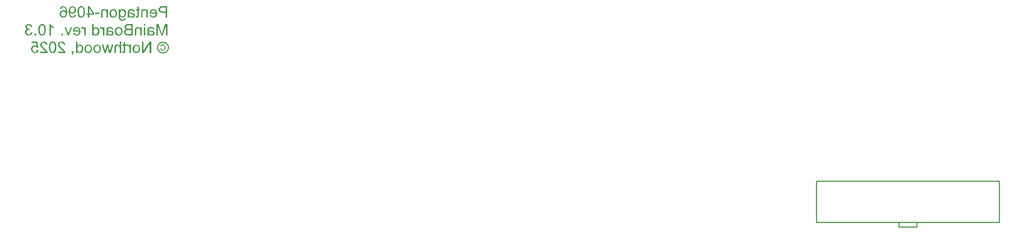
<source format=gbo>
G04*
G04  File:            MAINBOARD-V10.3.2.GBO, Thu Sep 04 00:44:48 2025*
G04  Source:          P-CAD 2006 PCB, Version 19.02.958, (D:\PCAD-2006\Projects\Pentagon-4096\Hardware\MainBoard-v10.3.2.PCB)*
G04  Format:          Gerber Format (RS-274-D), ASCII*
G04*
G04  Format Options:  Absolute Positioning*
G04                   Leading-Zero Suppression*
G04                   Scale Factor 1:1*
G04                   NO Circular Interpolation*
G04                   Inch Units*
G04                   Numeric Format: 4.4 (XXXX.XXXX)*
G04                   G54 NOT Used for Aperture Change*
G04                   Apertures Embedded*
G04*
G04  File Options:    Offset = (0.0mil,0.0mil)*
G04                   Drill Symbol Size = 80.0mil*
G04                   No Pad/Via Holes*
G04*
G04  File Contents:   No Pads*
G04                   No Vias*
G04                   Designators*
G04                   Types*
G04                   Values*
G04                   No Drill Symbols*
G04                   Bot Silk*
G04*
%INMAINBOARD-V10.3.2.GBO*%
%ICAS*%
%MOIN*%
G04*
G04  Aperture MACROs for general use --- invoked via D-code assignment *
G04*
G04  General MACRO for flashed round with rotation and/or offset hole *
%AMROTOFFROUND*
1,1,$1,0.0000,0.0000*
1,0,$2,$3,$4*%
G04*
G04  General MACRO for flashed oval (obround) with rotation and/or offset hole *
%AMROTOFFOVAL*
21,1,$1,$2,0.0000,0.0000,$3*
1,1,$4,$5,$6*
1,1,$4,0-$5,0-$6*
1,0,$7,$8,$9*%
G04*
G04  General MACRO for flashed oval (obround) with rotation and no hole *
%AMROTOVALNOHOLE*
21,1,$1,$2,0.0000,0.0000,$3*
1,1,$4,$5,$6*
1,1,$4,0-$5,0-$6*%
G04*
G04  General MACRO for flashed rectangle with rotation and/or offset hole *
%AMROTOFFRECT*
21,1,$1,$2,0.0000,0.0000,$3*
1,0,$4,$5,$6*%
G04*
G04  General MACRO for flashed rectangle with rotation and no hole *
%AMROTRECTNOHOLE*
21,1,$1,$2,0.0000,0.0000,$3*%
G04*
G04  General MACRO for flashed rounded-rectangle *
%AMROUNDRECT*
21,1,$1,$2-$4,0.0000,0.0000,$3*
21,1,$1-$4,$2,0.0000,0.0000,$3*
1,1,$4,$5,$6*
1,1,$4,$7,$8*
1,1,$4,0-$5,0-$6*
1,1,$4,0-$7,0-$8*
1,0,$9,$10,$11*%
G04*
G04  General MACRO for flashed rounded-rectangle with rotation and no hole *
%AMROUNDRECTNOHOLE*
21,1,$1,$2-$4,0.0000,0.0000,$3*
21,1,$1-$4,$2,0.0000,0.0000,$3*
1,1,$4,$5,$6*
1,1,$4,$7,$8*
1,1,$4,0-$5,0-$6*
1,1,$4,0-$7,0-$8*%
G04*
G04  General MACRO for flashed regular polygon *
%AMREGPOLY*
5,1,$1,0.0000,0.0000,$2,$3+$4*
1,0,$5,$6,$7*%
G04*
G04  General MACRO for flashed regular polygon with no hole *
%AMREGPOLYNOHOLE*
5,1,$1,0.0000,0.0000,$2,$3+$4*%
G04*
G04  General MACRO for target *
%AMTARGET*
6,0,0,$1,$2,$3,4,$4,$5,$6*%
G04*
G04  General MACRO for mounting hole *
%AMMTHOLE*
1,1,$1,0,0*
1,0,$2,0,0*
$1=$1-$2*
$1=$1/2*
21,1,$2+$1,$3,0,0,$4*
21,1,$3,$2+$1,0,0,$4*%
G04*
G04*
G04  D10 : "Ellipse X8.0mil Y8.0mil H0.0mil 0.0deg (0.0mil,0.0mil) Draw"*
G04  Disc: OuterDia=0.0080*
%ADD10C, 0.0080*%
G04  D11 : "Ellipse X10.0mil Y10.0mil H0.0mil 0.0deg (0.0mil,0.0mil) Draw"*
G04  Disc: OuterDia=0.0100*
%ADD11C, 0.0100*%
G04  D12 : "Ellipse X15.0mil Y15.0mil H0.0mil 0.0deg (0.0mil,0.0mil) Draw"*
G04  Disc: OuterDia=0.0150*
%ADD12C, 0.0150*%
G04  D13 : "Ellipse X25.0mil Y25.0mil H0.0mil 0.0deg (0.0mil,0.0mil) Draw"*
G04  Disc: OuterDia=0.0250*
%ADD13C, 0.0250*%
G04  D14 : "Ellipse X30.0mil Y30.0mil H0.0mil 0.0deg (0.0mil,0.0mil) Draw"*
G04  Disc: OuterDia=0.0300*
%ADD14C, 0.0300*%
G04  D15 : "Ellipse X40.0mil Y40.0mil H0.0mil 0.0deg (0.0mil,0.0mil) Draw"*
G04  Disc: OuterDia=0.0400*
%ADD15C, 0.0400*%
G04  D16 : "Ellipse X5.0mil Y5.0mil H0.0mil 0.0deg (0.0mil,0.0mil) Draw"*
G04  Disc: OuterDia=0.0050*
%ADD16C, 0.0050*%
G04  D17 : "Ellipse X6.0mil Y6.0mil H0.0mil 0.0deg (0.0mil,0.0mil) Draw"*
G04  Disc: OuterDia=0.0060*
%ADD17C, 0.0060*%
G04  D18 : "Ellipse X9.8mil Y9.8mil H0.0mil 0.0deg (0.0mil,0.0mil) Draw"*
G04  Disc: OuterDia=0.0098*
%ADD18C, 0.0098*%
G04  D19 : "Ellipse X110.0mil Y110.0mil H0.0mil 0.0deg (0.0mil,0.0mil) Flash"*
G04  Disc: OuterDia=0.1100*
%ADD19C, 0.1100*%
G04  D20 : "Ellipse X200.0mil Y200.0mil H0.0mil 0.0deg (0.0mil,0.0mil) Flash"*
G04  Disc: OuterDia=0.2000*
%ADD20C, 0.2000*%
G04  D21 : "Ellipse X215.0mil Y215.0mil H0.0mil 0.0deg (0.0mil,0.0mil) Flash"*
G04  Disc: OuterDia=0.2150*
%ADD21C, 0.2150*%
G04  D22 : "Ellipse X50.0mil Y50.0mil H0.0mil 0.0deg (0.0mil,0.0mil) Flash"*
G04  Disc: OuterDia=0.0500*
%ADD22C, 0.0500*%
G04  D23 : "Ellipse X56.0mil Y56.0mil H0.0mil 0.0deg (0.0mil,0.0mil) Flash"*
G04  Disc: OuterDia=0.0560*
%ADD23C, 0.0560*%
G04  D24 : "Ellipse X60.0mil Y60.0mil H0.0mil 0.0deg (0.0mil,0.0mil) Flash"*
G04  Disc: OuterDia=0.0600*
%ADD24C, 0.0600*%
G04  D25 : "Ellipse X64.0mil Y64.0mil H0.0mil 0.0deg (0.0mil,0.0mil) Flash"*
G04  Disc: OuterDia=0.0640*
%ADD25C, 0.0640*%
G04  D26 : "Ellipse X65.0mil Y65.0mil H0.0mil 0.0deg (0.0mil,0.0mil) Flash"*
G04  Disc: OuterDia=0.0650*
%ADD26C, 0.0650*%
G04  D27 : "Ellipse X71.0mil Y71.0mil H0.0mil 0.0deg (0.0mil,0.0mil) Flash"*
G04  Disc: OuterDia=0.0710*
%ADD27C, 0.0710*%
G04  D28 : "Ellipse X75.0mil Y75.0mil H0.0mil 0.0deg (0.0mil,0.0mil) Flash"*
G04  Disc: OuterDia=0.0750*
%ADD28C, 0.0750*%
G04  D29 : "Ellipse X79.0mil Y79.0mil H0.0mil 0.0deg (0.0mil,0.0mil) Flash"*
G04  Disc: OuterDia=0.0790*
%ADD29C, 0.0790*%
G04  D30 : "Ellipse X90.0mil Y90.0mil H0.0mil 0.0deg (0.0mil,0.0mil) Flash"*
G04  Disc: OuterDia=0.0900*
%ADD30C, 0.0900*%
G04  D31 : "Ellipse X95.0mil Y95.0mil H0.0mil 0.0deg (0.0mil,0.0mil) Flash"*
G04  Disc: OuterDia=0.0950*
%ADD31C, 0.0950*%
G04  D32 : "Oval X75.0mil Y87.0mil H0.0mil 0.0deg (0.0mil,0.0mil) Flash"*
G04  Obround: DimX=0.0750, DimY=0.0870, Rotation=0.0, OffsetX=0.0000, OffsetY=0.0000, HoleDia=0.0000 *
%ADD32O, 0.0750 X0.0870*%
G04  D33 : "Oval X90.0mil Y102.0mil H0.0mil 0.0deg (0.0mil,0.0mil) Flash"*
G04  Obround: DimX=0.0900, DimY=0.1020, Rotation=0.0, OffsetX=0.0000, OffsetY=0.0000, HoleDia=0.0000 *
%ADD33O, 0.0900 X0.1020*%
G04  D34 : "Rectangle X110.0mil Y110.0mil H0.0mil 0.0deg (0.0mil,0.0mil) Flash"*
G04  Square: Side=0.1100, Rotation=0.0, OffsetX=0.0000, OffsetY=0.0000, HoleDia=0.0000*
%ADD34R, 0.1100 X0.1100*%
G04  D35 : "Rectangle X50.0mil Y50.0mil H0.0mil 0.0deg (0.0mil,0.0mil) Flash"*
G04  Square: Side=0.0500, Rotation=0.0, OffsetX=0.0000, OffsetY=0.0000, HoleDia=0.0000*
%ADD35R, 0.0500 X0.0500*%
G04  D36 : "Rectangle X56.0mil Y56.0mil H0.0mil 0.0deg (0.0mil,0.0mil) Flash"*
G04  Square: Side=0.0560, Rotation=0.0, OffsetX=0.0000, OffsetY=0.0000, HoleDia=0.0000*
%ADD36R, 0.0560 X0.0560*%
G04  D37 : "Rectangle X60.0mil Y60.0mil H0.0mil 0.0deg (0.0mil,0.0mil) Flash"*
G04  Square: Side=0.0600, Rotation=0.0, OffsetX=0.0000, OffsetY=0.0000, HoleDia=0.0000*
%ADD37R, 0.0600 X0.0600*%
G04  D38 : "Rectangle X64.0mil Y64.0mil H0.0mil 0.0deg (0.0mil,0.0mil) Flash"*
G04  Square: Side=0.0640, Rotation=0.0, OffsetX=0.0000, OffsetY=0.0000, HoleDia=0.0000*
%ADD38R, 0.0640 X0.0640*%
G04  D39 : "Rectangle X65.0mil Y65.0mil H0.0mil 0.0deg (0.0mil,0.0mil) Flash"*
G04  Square: Side=0.0650, Rotation=0.0, OffsetX=0.0000, OffsetY=0.0000, HoleDia=0.0000*
%ADD39R, 0.0650 X0.0650*%
G04  D40 : "Rectangle X71.0mil Y71.0mil H0.0mil 0.0deg (0.0mil,0.0mil) Flash"*
G04  Square: Side=0.0710, Rotation=0.0, OffsetX=0.0000, OffsetY=0.0000, HoleDia=0.0000*
%ADD40R, 0.0710 X0.0710*%
G04  D41 : "Rectangle X75.0mil Y75.0mil H0.0mil 0.0deg (0.0mil,0.0mil) Flash"*
G04  Square: Side=0.0750, Rotation=0.0, OffsetX=0.0000, OffsetY=0.0000, HoleDia=0.0000*
%ADD41R, 0.0750 X0.0750*%
G04  D42 : "Rectangle X75.0mil Y87.0mil H0.0mil 0.0deg (0.0mil,0.0mil) Flash"*
G04  Rectangular: DimX=0.0750, DimY=0.0870, Rotation=0.0, OffsetX=0.0000, OffsetY=0.0000, HoleDia=0.0000 *
%ADD42R, 0.0750 X0.0870*%
G04  D43 : "Rectangle X79.0mil Y79.0mil H0.0mil 0.0deg (0.0mil,0.0mil) Flash"*
G04  Square: Side=0.0790, Rotation=0.0, OffsetX=0.0000, OffsetY=0.0000, HoleDia=0.0000*
%ADD43R, 0.0790 X0.0790*%
G04  D44 : "Rectangle X90.0mil Y102.0mil H0.0mil 0.0deg (0.0mil,0.0mil) Flash"*
G04  Rectangular: DimX=0.0900, DimY=0.1020, Rotation=0.0, OffsetX=0.0000, OffsetY=0.0000, HoleDia=0.0000 *
%ADD44R, 0.0900 X0.1020*%
G04  D45 : "Rectangle X95.0mil Y95.0mil H0.0mil 0.0deg (0.0mil,0.0mil) Flash"*
G04  Square: Side=0.0950, Rotation=0.0, OffsetX=0.0000, OffsetY=0.0000, HoleDia=0.0000*
%ADD45R, 0.0950 X0.0950*%
G04  D46 : "Ellipse X102.0mil Y102.0mil H0.0mil 0.0deg (0.0mil,0.0mil) Flash"*
G04  Disc: OuterDia=0.1020*
%ADD46C, 0.1020*%
G04  D47 : "Ellipse X118.0mil Y118.0mil H0.0mil 0.0deg (0.0mil,0.0mil) Flash"*
G04  Disc: OuterDia=0.1180*
%ADD47C, 0.1180*%
G04  D48 : "Ellipse X133.0mil Y133.0mil H0.0mil 0.0deg (0.0mil,0.0mil) Flash"*
G04  Disc: OuterDia=0.1330*
%ADD48C, 0.1330*%
G04  D49 : "Ellipse X20.0mil Y20.0mil H0.0mil 0.0deg (0.0mil,0.0mil) Flash"*
G04  Disc: OuterDia=0.0200*
%ADD49C, 0.0200*%
G04  D50 : "Ellipse X35.0mil Y35.0mil H0.0mil 0.0deg (0.0mil,0.0mil) Flash"*
G04  Disc: OuterDia=0.0350*
%ADD50C, 0.0350*%
G04  D51 : "Ellipse X55.0mil Y55.0mil H0.0mil 0.0deg (0.0mil,0.0mil) Flash"*
G04  Disc: OuterDia=0.0550*
%ADD51C, 0.0550*%
G04  D52 : "Ellipse X70.0mil Y70.0mil H0.0mil 0.0deg (0.0mil,0.0mil) Flash"*
G04  Disc: OuterDia=0.0700*
%ADD52C, 0.0700*%
G04  D53 : "Ellipse X87.0mil Y87.0mil H0.0mil 0.0deg (0.0mil,0.0mil) Flash"*
G04  Disc: OuterDia=0.0870*
%ADD53C, 0.0870*%
G04*
%FSLAX44Y44*%
%SFA1B1*%
%OFA0.0000B0.0000*%
G04*
G70*
G90*
G01*
D2*
%LNBot Silk*%
D11*
X115268Y128350*
X115366Y128359D1*
X115459Y128388*
X115546Y128434*
X115622Y128496*
X115684Y128572*
X115730Y128658*
X115759Y128752*
X115768Y128850*
X115759Y128947*
X115730Y129041*
X115684Y129127*
X115622Y129203*
X115546Y129265*
X115459Y129312*
X115366Y129340*
X115268Y129350*
X115171Y129340*
X115077Y129312*
X114990Y129265*
X114915Y129203*
X114852Y129127*
X114806Y129041*
X114778Y128947*
X114768Y128850*
X114778Y128752*
X114806Y128658*
X114852Y128572*
X114915Y128496*
X114990Y128434*
X115077Y128388*
X115171Y128359*
X115268Y128350*
D2*
D10*
D11*
X183673Y112590*
Y112157D1*
X185326D2*
Y112590D1*
X175996Y116409D2*
Y112590D1*
X193003Y116409D2*
Y112590D1*
X183673Y112157D2*
X185326D1*
X175996Y112590D2*
X193003D1*
X175996Y116409D2*
X193003D1*
%LNBot Silk_POS_GLYPHS*%
%LPD*%
X193003Y116409D2*
G36*
X115137Y128718*
X115172Y128654D1*
X115206Y128636*
X115268Y128619*
X115315Y128632*
X115385Y128671*
X115407Y128727*
X115429Y128841*
X115418Y128912*
X115383Y129010*
X115341Y129037*
X115262Y129064*
X115229Y129056*
X115178Y129034*
X115157Y129004*
X115129Y128946*
X115034Y128959*
X115058Y129015*
X115111Y129096*
X115165Y129120*
X115267Y129144*
X115320Y129136*
X115405Y129109*
X115444Y129073*
X115499Y129002*
X115514Y128944*
X115530Y128838*
X115512Y128746*
X115458Y128616*
X115392Y128577*
X115267Y128538*
X115203Y128552*
X115106Y128594*
X115070Y128647*
X115025Y128751*
X115122Y128764*
X115137Y128718*
G37*
G36*
X114050Y128335D2*
Y129171D1*
X113490Y128335*
X113345*
Y129401*
X113481*
Y128563*
X114043Y129401*
X114186*
Y128335*
X114050*
G37*
G36*
X113149Y128597D2*
X113074Y128421D1*
X112984Y128369*
X112814Y128318*
X112741Y128329*
X112627Y128365*
X112573Y128409*
X112496Y128497*
X112474Y128577*
X112451Y128732*
X112477Y128850*
X112553Y129020*
X112643Y129073*
X112814Y129125*
X112909Y129103*
X113055Y129039*
X113115Y128933*
X113174Y128720*
X113149Y128597*
G37*
G36*
X112169Y128335D2*
Y128738D1*
X112164Y128797*
X112148Y128891*
X112132Y128920*
X112099Y128963*
X112072Y128976*
X112022Y128989*
X111986Y128982*
X111926Y128960*
X111878Y129081*
X111930Y129103*
X112014Y129125*
X112048Y129118*
X112100Y129098*
X112131Y129064*
X112183Y128989*
Y129108*
X112300*
Y128335*
X112169*
G37*
G36*
X111540Y128450D2*
X111575Y128448D1*
X111593Y128450*
X111619Y128457*
X111628Y128465*
X111641Y128482*
X111644Y128504*
X111648Y128554*
Y129006*
X111516*
Y129108*
X111648*
Y129376*
X111778Y129297*
Y129108*
X111874*
Y129006*
X111778*
Y128561*
X111774Y128493*
X111763Y128406*
X111745Y128382*
X111708Y128347*
X111671Y128336*
X111598Y128325*
X111562Y128328*
X111498Y128337*
X111516Y128452*
X111540Y128450*
G37*
G36*
X111257Y128335D2*
Y128757D1*
X111251Y128815*
X111236Y128899*
X111212Y128932*
X111163Y128981*
X111122Y128996*
X111053Y129012*
X111004Y129001*
X110934Y128967*
X110912Y128920*
X110891Y128824*
Y128335*
X110760*
Y128824*
X110767Y128895*
X110788Y128996*
X110818Y129035*
X110879Y129090*
X110932Y129108*
X111027Y129125*
X111119Y129098*
X111257Y129018*
Y129401*
X111387*
Y128335*
X111257*
G37*
G36*
X110283D2*
X110125Y128929D1*
X110093Y128797*
X109972Y128335*
X109838*
X109592Y129108*
X109719*
X109855Y128661*
X109899Y128511*
X109938Y128659*
X110055Y129108*
X110187*
X110311Y128655*
X110330Y128578*
X110350Y128494*
X110396Y128661*
X110519Y129108*
X110655*
X110421Y128335*
X110283*
G37*
G36*
X109506Y128597D2*
X109431Y128421D1*
X109341Y128369*
X109171Y128318*
X109099Y128329*
X108984Y128365*
X108930Y128409*
X108853Y128497*
X108831Y128577*
X108808Y128732*
X108834Y128850*
X108910Y129020*
X109001Y129073*
X109171Y129125*
X109267Y129103*
X109412Y129039*
X109472Y128933*
X109531Y128720*
X109506Y128597*
G37*
G36*
X108678D2*
X108603Y128421D1*
X108513Y128369*
X108342Y128318*
X108270Y128329*
X108155Y128365*
X108102Y128409*
X108025Y128497*
X108003Y128577*
X107980Y128732*
X108005Y128850*
X108082Y129020*
X108172Y129073*
X108342Y129125*
X108438Y129103*
X108584Y129039*
X108643Y128933*
X108703Y128720*
X108678Y128597*
G37*
G36*
X107205Y128335D2*
Y129401D1*
X107336*
Y129018*
X107367Y129049*
X107425Y129095*
X107470Y129110*
X107549Y129125*
X107616Y129112*
X107721Y129074*
X107769Y129025*
X107836Y128929*
X107855Y128854*
X107875Y128720*
X107864Y128638*
X107832Y128510*
X107792Y128452*
X107713Y128369*
X107651Y128343*
X107543Y128318*
X107453Y128346*
X107326Y128431*
Y128335*
X107205*
G37*
G36*
X106891D2*
X106897Y128293D1*
X106913Y128234*
X106933Y128212*
X106973Y128180*
X106939Y128124*
X106900Y128151*
X106845Y128204*
X106830Y128249*
X106814Y128335*
Y128485*
X106964*
Y128335*
X106891*
G37*
G36*
X106042Y128462D2*
X106023Y128488D1*
X105987Y128531*
X105940Y128574*
X105835Y128665*
X105749Y128741*
X105634Y128852*
X105597Y128901*
X105547Y128982*
X105534Y129029*
X105520Y129108*
X105543Y129192*
X105610Y129320*
X105694Y129362*
X105854Y129405*
X105952Y129385*
X106095Y129325*
X106144Y129248*
X106199Y129096*
X106065Y129083*
X106050Y129147*
X106008Y129239*
X105956Y129267*
X105856Y129296*
X105797Y129282*
X105711Y129242*
X105683Y129196*
X105654Y129111*
X105670Y129053*
X105717Y128954*
X105791Y128877*
X105951Y128728*
X106022Y128665*
X106122Y128567*
X106159Y128514*
X106208Y128425*
X106217Y128392*
X106224Y128335*
X105518*
Y128462*
X106042*
G37*
G36*
X105352Y128677D2*
X105273Y128427D1*
X105190Y128372*
X105031Y128318*
X104954Y128333*
X104838Y128380*
X104789Y128440*
X104722Y128557*
X104702Y128662*
X104682Y128860*
X104688Y128962*
X104707Y129111*
X104730Y129175*
X104773Y129271*
X104810Y129312*
X104880Y129370*
X104934Y129388*
X105031Y129405*
X105109Y129389*
X105225Y129343*
X105273Y129282*
X105340Y129164*
X105359Y129059*
X105378Y128860*
X105352Y128677*
G37*
G36*
X104385Y128462D2*
X104366Y128488D1*
X104330Y128531*
X104284Y128574*
X104178Y128665*
X104093Y128741*
X103978Y128852*
X103941Y128901*
X103890Y128982*
X103877Y129029*
X103864Y129108*
X103886Y129192*
X103954Y129320*
X104037Y129362*
X104197Y129405*
X104295Y129385*
X104439Y129325*
X104487Y129248*
X104542Y129096*
X104408Y129083*
X104394Y129147*
X104351Y129239*
X104299Y129267*
X104199Y129296*
X104141Y129282*
X104054Y129242*
X104026Y129196*
X103998Y129111*
X104013Y129053*
X104060Y128954*
X104134Y128877*
X104295Y128728*
X104365Y128665*
X104466Y128567*
X104502Y128514*
X104552Y128425*
X104560Y128392*
X104567Y128335*
X103862*
Y128462*
X104385*
G37*
G36*
X103693Y128527D2*
X103618Y128398D1*
X103536Y128358*
X103380Y128318*
X103266Y128350*
X103100Y128446*
X103057Y128535*
X103014Y128695*
X103038Y128796*
X103111Y128946*
X103194Y128994*
X103348Y129042*
X103424Y129026*
X103549Y128975*
X103493Y129263*
X103064*
Y129388*
X103595*
X103699Y128839*
X103576Y128822*
X103549Y128852*
X103496Y128898*
X103455Y128913*
X103382Y128927*
X103315Y128911*
X103215Y128862*
X103184Y128801*
X103152Y128684*
X103168Y128608*
X103217Y128496*
X103274Y128461*
X103378Y128425*
X103433Y128438*
X103515Y128475*
X103546Y128525*
X103584Y128624*
X103722Y128615*
X103693Y128527*
G37*
G36*
X115543Y131627D2*
Y132060D1*
X115270*
X115136Y132083*
X114959Y132154*
X114915Y132235*
X114872Y132384*
X114880Y132440*
X114904Y132529*
X114934Y132571*
X114990Y132631*
X115036Y132653*
X115121Y132681*
X115176Y132687*
X115284Y132693*
X115684*
Y131627*
X115543*
G37*
G36*
X114207Y131824D2*
X114261Y131754D1*
X114304Y131735*
X114385Y131717*
X114450Y131734*
X114547Y131784*
X114582Y131850*
X114618Y131979*
X114041*
X114040Y131994*
X114039Y132014*
X114064Y132135*
X114138Y132310*
X114226Y132363*
X114392Y132417*
X114498Y132389*
X114653Y132308*
X114703Y132206*
X114753Y132006*
X114728Y131885*
X114654Y131713*
X114562Y131661*
X114385Y131609*
X114296Y131626*
X114163Y131675*
X114112Y131737*
X114045Y131859*
X114179Y131876*
X114207Y131824*
G37*
G36*
X113750Y131627D2*
Y132048D1*
X113735Y132136*
X113689Y132250*
X113638Y132277*
X113545Y132303*
X113509Y132297*
X113454Y132279*
X113430Y132257*
X113399Y132215*
X113391Y132175*
X113384Y132096*
Y131627*
X113253*
Y132100*
X113255Y132155*
X113261Y132229*
X113274Y132267*
X113302Y132325*
X113332Y132351*
X113390Y132391*
X113437Y132404*
X113518Y132417*
X113620Y132384*
X113763Y132288*
Y132399*
X113880*
Y131627*
X113750*
G37*
G36*
X112790Y131742D2*
X112826Y131740D1*
X112844Y131742*
X112870Y131748*
X112879Y131757*
X112892Y131773*
X112895Y131795*
X112899Y131845*
Y132298*
X112766*
Y132399*
X112899*
Y132668*
X113029Y132589*
Y132399*
X113125*
Y132298*
X113029*
Y131853*
X113025Y131784*
X113014Y131698*
X112996Y131674*
X112959Y131639*
X112922Y131628*
X112849Y131617*
X112813Y131620*
X112749Y131629*
X112766Y131744*
X112790Y131742*
G37*
G36*
X112124Y131685D2*
X112105Y131627D1*
X111971*
X111985Y131661*
X112003Y131720*
X112007Y131790*
X112011Y131951*
Y132123*
X112013Y132175*
X112019Y132244*
X112031Y132280*
X112059Y132333*
X112089Y132357*
X112150Y132393*
X112206Y132405*
X112312Y132417*
X112381Y132410*
X112487Y132389*
X112535Y132362*
X112602Y132310*
X112626Y132265*
X112659Y132179*
X112530Y132162*
X112509Y132210*
X112465Y132275*
X112420Y132291*
X112327Y132307*
X112265Y132296*
X112178Y132263*
X112159Y132227*
X112139Y132150*
X112140Y132140*
X112141Y132117*
X112219Y132099*
X112377Y132071*
X112426Y132064*
X112494Y132052*
X112530Y132038*
X112588Y132009*
X112616Y131983*
X112656Y131934*
X112669Y131896*
X112682Y131830*
X112665Y131766*
X112614Y131671*
X112548Y131640*
X112417Y131609*
X112361Y131616*
X112271Y131634*
X112219Y131663*
X112132Y131722*
X112124Y131685*
G37*
G36*
X111814Y131485D2*
X111752Y131376D1*
X111675Y131345*
X111530Y131314*
X111451Y131325*
X111333Y131358*
X111284Y131399*
X111217Y131477*
X111199Y131559*
X111181Y131730*
Y132399*
X111300*
Y132305*
X111378Y132361*
X111526Y132417*
X111596Y132404*
X111704Y132365*
X111753Y132316*
X111821Y132220*
X111841Y132146*
X111861Y132016*
X111839Y131907*
X111773Y131741*
X111689Y131684*
X111526Y131627*
X111440Y131652*
X111311Y131728*
X111313Y131655*
X111321Y131561*
X111342Y131520*
X111388Y131460*
X111436Y131442*
X111530Y131423*
X111584Y131433*
X111662Y131462*
X111683Y131490*
X111708Y131546*
X111834Y131563*
X111814Y131485*
G37*
G36*
X111004Y131888D2*
X110930Y131713D1*
X110839Y131661*
X110669Y131609*
X110597Y131621*
X110482Y131656*
X110428Y131701*
X110351Y131789*
X110329Y131869*
X110306Y132024*
X110332Y132142*
X110408Y132312*
X110499Y132364*
X110669Y132417*
X110765Y132395*
X110910Y132330*
X110970Y132225*
X111029Y132012*
X111004Y131888*
G37*
G36*
X110023Y131627D2*
Y132048D1*
X110008Y132136*
X109962Y132250*
X109911Y132277*
X109817Y132303*
X109782Y132297*
X109726Y132279*
X109703Y132257*
X109672Y132215*
X109664Y132175*
X109656Y132096*
Y131627*
X109526*
Y132100*
X109528Y132155*
X109534Y132229*
X109547Y132267*
X109575Y132325*
X109604Y132351*
X109663Y132391*
X109710Y132404*
X109791Y132417*
X109892Y132384*
X110036Y132288*
Y132399*
X110153*
Y131627*
X110023*
G37*
G36*
X108972Y131947D2*
Y132079D1*
X109376*
Y131947*
X108972*
G37*
G36*
X108314Y131627D2*
Y131882D1*
X108170*
Y132002*
X108314*
Y132693*
X108422*
X108909Y132002*
Y131882*
X108445*
Y131627*
X108314*
G37*
G36*
X108010Y131968D2*
X107931Y131719D1*
X107848Y131664*
X107689Y131609*
X107612Y131625*
X107496Y131672*
X107447Y131732*
X107380Y131849*
X107360Y131954*
X107340Y132152*
X107347Y132254*
X107365Y132403*
X107388Y132466*
X107431Y132562*
X107468Y132604*
X107538Y132662*
X107592Y132679*
X107689Y132696*
X107767Y132681*
X107883Y132634*
X107931Y132574*
X107998Y132456*
X108017Y132351*
X108036Y132152*
X108010Y131968*
G37*
G36*
X107163Y131793D2*
X107096Y131678D1*
X107025Y131644*
X106892Y131609*
X106810Y131625*
X106686Y131672*
X106631Y131733*
X106553Y131856*
X106531Y131967*
X106508Y132181*
X106519Y132304*
X106553Y132480*
X106597Y132546*
X106685Y132640*
X106754Y132668*
X106874Y132696*
X106970Y132672*
X107113Y132598*
X107161Y132508*
X107208Y132336*
X107185Y132234*
X107117Y132084*
X107038Y132036*
X106894Y131989*
X106837Y131999*
X106747Y132027*
X106703Y132062*
X106639Y132129*
Y132118*
Y132102*
X106644Y132042*
X106659Y131943*
X106676Y131892*
X106708Y131817*
X106733Y131787*
X106782Y131744*
X106820Y131730*
X106888Y131717*
X106935Y131727*
X107004Y131756*
X107030Y131798*
X107064Y131884*
X107191Y131874*
X107163Y131793*
G37*
G36*
X105726Y132511D2*
X105795Y132626D1*
X105867Y132661*
X106002Y132696*
X106112Y132666*
X106272Y132574*
X106329Y132427*
X106385Y132125*
X106360Y131957*
X106283Y131729*
X106190Y131669*
X106015Y131609*
X105949Y131621*
X105844Y131654*
X105795Y131699*
X105724Y131786*
X105702Y131854*
X105680Y131972*
X105703Y132073*
X105773Y132222*
X105852Y132270*
X105996Y132319*
X106051Y132310*
X106140Y132283*
X106186Y132248*
X106255Y132177*
X106246Y132278*
X106219Y132422*
X106185Y132476*
X106121Y132553*
X106081Y132571*
X106010Y132589*
X105957Y132575*
X105877Y132534*
X105857Y132497*
X105828Y132422*
X105697Y132432*
X105726Y132511*
G37*
G36*
X115554Y129960D2*
Y130867D1*
X115245Y129960*
X115119*
X114806Y130852*
Y129960*
X114670*
Y131026*
X114860*
X115117Y130284*
X115141Y130213*
X115174Y130111*
X115191Y130165*
X115226Y130271*
X115479Y131026*
X115690*
Y129960*
X115554*
G37*
G36*
X113947Y130018D2*
X113928Y129960D1*
X113794*
X113808Y129994*
X113827Y130053*
X113830Y130123*
X113834Y130284*
Y130457*
X113836Y130509*
X113842Y130577*
X113855Y130613*
X113882Y130666*
X113912Y130690*
X113973Y130726*
X114029Y130738*
X114135Y130750*
X114204Y130743*
X114311Y130722*
X114358Y130695*
X114426Y130643*
X114450Y130598*
X114482Y130512*
X114354Y130495*
X114332Y130543*
X114289Y130608*
X114243Y130624*
X114151Y130641*
X114088Y130630*
X114001Y130597*
X113982Y130560*
X113963Y130483*
X113963Y130473*
X113965Y130451*
X114042Y130433*
X114200Y130405*
X114249Y130398*
X114317Y130386*
X114354Y130371*
X114411Y130342*
X114439Y130317*
X114479Y130268*
X114492Y130230*
X114505Y130163*
X114488Y130099*
X114437Y130004*
X114371Y129973*
X114241Y129943*
X114184Y129949*
X114094Y129968*
X114042Y129996*
X113955Y130056*
X113947Y130018*
G37*
G36*
X113501Y130876D2*
Y131026D1*
X113631*
Y130876*
X113501*
G37*
G36*
Y129960D2*
Y130733D1*
X113631*
Y129960*
X113501*
G37*
G36*
X113171D2*
Y130382D1*
X113156Y130469*
X113110Y130583*
X113059Y130610*
X112966Y130637*
X112930Y130631*
X112875Y130613*
X112851Y130591*
X112820Y130549*
X112812Y130509*
X112805Y130430*
Y129960*
X112674*
Y130434*
X112676Y130489*
X112682Y130562*
X112695Y130600*
X112723Y130658*
X112753Y130684*
X112811Y130724*
X112858Y130737*
X112939Y130750*
X113040Y130718*
X113184Y130621*
Y130733*
X113301*
Y129960*
X113171*
G37*
G36*
X112055D2*
X111987Y129964D1*
X111883Y129977*
X111837Y129995*
X111767Y130030*
X111736Y130064*
X111689Y130130*
X111672Y130180*
X111656Y130269*
X111669Y130332*
X111709Y130430*
X111759Y130471*
X111857Y130527*
X111811Y130561*
X111745Y130624*
X111727Y130671*
X111708Y130752*
X111718Y130806*
X111750Y130894*
X111790Y130935*
X111866Y130993*
X111934Y131010*
X112063Y131026*
X112461*
Y129960*
X112055*
G37*
G36*
X111503Y130222D2*
X111428Y130046D1*
X111338Y129994*
X111167Y129943*
X111095Y129954*
X110980Y129990*
X110926Y130034*
X110850Y130122*
X110827Y130202*
X110805Y130357*
X110830Y130475*
X110906Y130645*
X110997Y130698*
X111167Y130750*
X111263Y130728*
X111409Y130664*
X111468Y130558*
X111528Y130345*
X111503Y130222*
G37*
G36*
X110137Y130018D2*
X110118Y129960D1*
X109984*
X109999Y129994*
X110017Y130053*
X110021Y130123*
X110025Y130284*
Y130457*
X110026Y130509*
X110032Y130577*
X110045Y130613*
X110072Y130666*
X110102Y130690*
X110164Y130726*
X110220Y130738*
X110326Y130750*
X110394Y130743*
X110501Y130722*
X110549Y130695*
X110616Y130643*
X110640Y130598*
X110673Y130512*
X110544Y130495*
X110523Y130543*
X110479Y130608*
X110433Y130624*
X110341Y130641*
X110279Y130630*
X110191Y130597*
X110172Y130560*
X110153Y130483*
X110153Y130473*
X110155Y130451*
X110233Y130433*
X110391Y130405*
X110440Y130398*
X110508Y130386*
X110544Y130371*
X110602Y130342*
X110629Y130317*
X110670Y130268*
X110683Y130230*
X110696Y130163*
X110679Y130099*
X110628Y130004*
X110561Y129973*
X110431Y129943*
X110375Y129949*
X110284Y129968*
X110233Y129996*
X110145Y130056*
X110137Y130018*
G37*
G36*
X109695Y129960D2*
Y130363D1*
X109689Y130422*
X109674Y130516*
X109658Y130545*
X109625Y130588*
X109597Y130601*
X109547Y130614*
X109511Y130607*
X109451Y130585*
X109403Y130706*
X109455Y130728*
X109539Y130750*
X109573Y130743*
X109626Y130723*
X109656Y130689*
X109708Y130614*
Y130733*
X109825*
Y129960*
X109695*
G37*
G36*
X108705D2*
Y131026D1*
X108836*
Y130643*
X108867Y130674*
X108925Y130720*
X108970Y130735*
X109049Y130750*
X109116Y130737*
X109221Y130699*
X109269Y130650*
X109336Y130554*
X109355Y130479*
X109375Y130345*
X109364Y130263*
X109332Y130135*
X109292Y130077*
X109213Y129994*
X109151Y129968*
X109043Y129943*
X108953Y129971*
X108826Y130056*
Y129960*
X108705*
G37*
G36*
X107956D2*
Y130363D1*
X107950Y130422*
X107935Y130516*
X107919Y130545*
X107886Y130588*
X107858Y130601*
X107808Y130614*
X107772Y130607*
X107712Y130585*
X107664Y130706*
X107716Y130728*
X107800Y130750*
X107834Y130743*
X107887Y130723*
X107917Y130689*
X107969Y130614*
Y130733*
X108086*
Y129960*
X107956*
G37*
G36*
X107086Y130158D2*
X107140Y130087D1*
X107184Y130069*
X107264Y130050*
X107329Y130067*
X107427Y130117*
X107461Y130183*
X107497Y130313*
X106920*
X106919Y130327*
X106918Y130347*
X106943Y130469*
X107017Y130643*
X107105Y130697*
X107271Y130750*
X107377Y130723*
X107532Y130642*
X107582Y130539*
X107632Y130340*
X107607Y130219*
X107533Y130046*
X107441Y129994*
X107264Y129943*
X107175Y129959*
X107042Y130008*
X106991Y130070*
X106924Y130192*
X107058Y130209*
X107086Y130158*
G37*
G36*
X106422Y129960D2*
X106129Y130733D1*
X106265*
X106437Y130261*
X106457Y130203*
X106485Y130113*
X106503Y130172*
X106535Y130269*
X106702Y130733*
X106840*
X106547Y129960*
X106422*
G37*
G36*
X105826D2*
Y130110D1*
X105975*
Y129960*
X105826*
G37*
G36*
X104729Y131030D2*
X104813D1*
X104851Y130976*
X104930Y130886*
X104999Y130837*
X105122Y130761*
Y130635*
X105073Y130658*
X104985Y130703*
X104934Y130736*
X104859Y130792*
Y129960*
X104729*
Y131030*
G37*
G36*
X104367Y130302D2*
X104288Y130052D1*
X104205Y129997*
X104046Y129943*
X103969Y129958*
X103853Y130005*
X103804Y130065*
X103737Y130182*
X103717Y130287*
X103697Y130485*
X103704Y130587*
X103722Y130736*
X103745Y130800*
X103788Y130896*
X103825Y130937*
X103895Y130995*
X103949Y131013*
X104046Y131030*
X104124Y131014*
X104240Y130968*
X104288Y130907*
X104355Y130789*
X104374Y130684*
X104393Y130485*
X104367Y130302*
G37*
G36*
X103341Y129960D2*
Y130110D1*
X103490*
Y129960*
X103341*
G37*
G36*
X103120Y130156D2*
X103045Y130026D1*
X102963Y129984*
X102812Y129943*
X102708Y129967*
X102554Y130040*
X102502Y130123*
X102451Y130276*
X102464Y130344*
X102504Y130447*
X102554Y130487*
X102651Y130537*
X102605Y130568*
X102540Y130628*
X102522Y130674*
X102503Y130754*
X102513Y130805*
X102542Y130890*
X102580Y130932*
X102655Y130992*
X102714Y131011*
X102815Y131030*
X102900Y131012*
X103027Y130957*
X103076Y130888*
X103136Y130754*
X103005Y130731*
X102986Y130791*
X102941Y130875*
X102896Y130898*
X102813Y130922*
X102762Y130910*
X102686Y130875*
X102662Y130833*
X102637Y130756*
X102654Y130700*
X102705Y130622*
X102760Y130601*
X102856Y130579*
X102863Y130580*
X102877Y130581*
X102892Y130466*
X102855Y130473*
X102800Y130480*
X102739Y130465*
X102649Y130421*
X102619Y130369*
X102589Y130272*
X102605Y130210*
X102653Y130115*
X102709Y130084*
X102810Y130052*
X102863Y130064*
X102944Y130101*
X102976Y130153*
X103019Y130261*
X103149Y130244*
X103120Y130156*
G37*
%LNBot Silk_NEG_GLYPHS*%
%LPC*%
X103120Y130156D2*
G36*
X113024Y128813*
X112976Y128942D1*
X112919Y128979*
X112814Y129016*
X112748Y128997*
X112651Y128942*
X112618Y128869*
X112585Y128724*
X112602Y128630*
X112651Y128499*
X112708Y128462*
X112814Y128425*
X112879Y128443*
X112976Y128498*
X113008Y128572*
X113040Y128720*
X113024Y128813*
G37*
G36*
X109381D2*
X109333Y128942D1*
X109276Y128979*
X109171Y129016*
X109105Y128997*
X109008Y128942*
X108975Y128869*
X108943Y128724*
X108959Y128630*
X109008Y128499*
X109065Y128462*
X109171Y128425*
X109236Y128443*
X109333Y128498*
X109365Y128572*
X109397Y128720*
X109381Y128813*
G37*
G36*
X108553D2*
X108504Y128942D1*
X108448Y128979*
X108342Y129016*
X108277Y128997*
X108179Y128942*
X108147Y128869*
X108114Y128724*
X108131Y128630*
X108179Y128499*
X108236Y128462*
X108342Y128425*
X108407Y128443*
X108504Y128498*
X108537Y128572*
X108569Y128720*
X108553Y128813*
G37*
G36*
X107726Y128813D2*
X107682Y128944D1*
X107631Y128980*
X107535Y129016*
X107476Y128997*
X107385Y128941*
X107354Y128864*
X107322Y128709*
X107337Y128619*
X107383Y128495*
X107435Y128460*
X107529Y128425*
X107588Y128443*
X107678Y128498*
X107709Y128571*
X107740Y128718*
X107726Y128813*
G37*
G36*
X105227Y129015D2*
X105177Y129219D1*
X105128Y129257*
X105033Y129296*
X104971Y129274*
X104879Y129208*
X104848Y129099*
X104816Y128860*
X104832Y128707*
X104879Y128511*
X104932Y128468*
X105031Y128425*
X105092Y128446*
X105183Y128510*
X105213Y128619*
X105244Y128860*
X105227Y129015*
G37*
G36*
X115543Y132566D2*
X115272D1*
X115215Y132564*
X115140Y132557*
X115104Y132537*
X115052Y132493*
X115034Y132453*
X115017Y132378*
X115032Y132320*
X115075Y132236*
X115138Y132211*
X115268Y132186*
X115543*
Y132566*
G37*
G36*
X114593Y132152D2*
X114544Y132248D1*
X114490Y132279*
X114390Y132309*
X114325Y132290*
X114227Y132232*
X114205Y132184*
X114177Y132087*
X114611*
X114593Y132152*
G37*
G36*
X112141Y131966D2*
X112147Y131912D1*
X112162Y131836*
X112192Y131799*
X112251Y131745*
X112299Y131729*
X112385Y131713*
X112434Y131722*
X112503Y131747*
X112522Y131778*
X112542Y131834*
X112537Y131858*
X112524Y131896*
X112506Y131914*
X112472Y131938*
X112435Y131948*
X112358Y131964*
X112269Y131981*
X112143Y132014*
X112141Y131966*
G37*
G36*
X111712Y132113D2*
X111666Y132236D1*
X111613Y132272*
X111516Y132307*
X111455Y132289*
X111363Y132235*
X111331Y132164*
X111300Y132022*
X111315Y131931*
X111361Y131805*
X111414Y131770*
X111512Y131736*
X111574Y131753*
X111666Y131805*
X111696Y131877*
X111727Y132025*
X111712Y132113*
G37*
G36*
X110879Y132104D2*
X110831Y132233D1*
X110774Y132270*
X110669Y132307*
X110604Y132289*
X110506Y132233*
X110473Y132161*
X110441Y132016*
X110457Y131922*
X110506Y131791*
X110563Y131754*
X110669Y131717*
X110734Y131735*
X110831Y131790*
X110863Y131863*
X110895Y132012*
X110879Y132104*
G37*
G36*
X108780Y132002D2*
X108445Y132484D1*
Y132002*
X108780*
G37*
G36*
X107885Y132307D2*
X107835Y132511D1*
X107786Y132549*
X107691Y132587*
X107630Y132565*
X107537Y132500*
X107506Y132391*
X107474Y132152*
X107490Y131999*
X107537Y131803*
X107590Y131760*
X107689Y131717*
X107750Y131738*
X107841Y131802*
X107871Y131911*
X107902Y132152*
X107885Y132307*
G37*
G36*
X106668Y132270D2*
X106712Y132167D1*
X106765Y132136*
X106863Y132104*
X106923Y132120*
X107013Y132167*
X107044Y132224*
X107074Y132332*
X107058Y132406*
X107010Y132515*
X106957Y132551*
X106859Y132587*
X106801Y132571*
X106713Y132521*
X106684Y132460*
X106654Y132342*
X106668Y132270*
G37*
G36*
X106219Y132040D2*
X106173Y132140D1*
X106120Y132172*
X106023Y132204*
X105962Y132188*
X105873Y132140*
X105843Y132080*
X105814Y131964*
X105829Y131890*
X105874Y131783*
X105924Y131750*
X106017Y131717*
X106059Y131725*
X106127Y131748*
X106159Y131780*
X106206Y131842*
X106220Y131890*
X106234Y131972*
X106219Y132040*
G37*
G36*
X113965Y130299D2*
X113970Y130245D1*
X113986Y130169*
X114015Y130132*
X114074Y130079*
X114122Y130063*
X114208Y130046*
X114257Y130055*
X114326Y130081*
X114346Y130111*
X114365Y130167*
X114361Y130191*
X114347Y130229*
X114330Y130247*
X114295Y130272*
X114258Y130282*
X114181Y130297*
X114092Y130315*
X113967Y130347*
X113965Y130299*
G37*
G36*
X112320Y130899D2*
X112107D1*
X112037Y130896*
X111945Y130884*
X111915Y130866*
X111872Y130829*
X111859Y130795*
X111846Y130736*
X111853Y130699*
X111874Y130643*
X111901Y130621*
X111955Y130591*
X111999Y130585*
X112089Y130579*
X112320*
Y130899*
G37*
G36*
Y130453D2*
X112074D1*
X112010Y130448*
X111918Y130434*
X111883Y130414*
X111833Y130372*
X111817Y130335*
X111802Y130269*
X111807Y130233*
X111823Y130179*
X111842Y130154*
X111878Y130120*
X111906Y130108*
X111959Y130090*
X111990Y130088*
X112055Y130087*
X112320*
Y130453*
G37*
G36*
X111377Y130438D2*
X111329Y130567D1*
X111273Y130604*
X111167Y130641*
X111102Y130622*
X111004Y130567*
X110972Y130494*
X110939Y130349*
X110955Y130255*
X111004Y130124*
X111061Y130087*
X111167Y130050*
X111232Y130068*
X111329Y130123*
X111361Y130197*
X111393Y130345*
X111377Y130438*
G37*
G36*
X110155Y130299D2*
X110160Y130245D1*
X110176Y130169*
X110205Y130132*
X110264Y130079*
X110313Y130063*
X110398Y130046*
X110448Y130055*
X110516Y130081*
X110536Y130111*
X110556Y130167*
X110551Y130191*
X110537Y130229*
X110520Y130247*
X110486Y130272*
X110449Y130282*
X110372Y130297*
X110282Y130315*
X110157Y130347*
X110155Y130299*
G37*
G36*
X109226Y130438D2*
X109182Y130569D1*
X109131Y130605*
X109035Y130641*
X108976Y130622*
X108885Y130566*
X108854Y130489*
X108822Y130334*
X108837Y130244*
X108883Y130120*
X108935Y130085*
X109029Y130050*
X109088Y130068*
X109178Y130123*
X109209Y130196*
X109240Y130343*
X109226Y130438*
G37*
G36*
X107472Y130485D2*
X107423Y130581D1*
X107369Y130612*
X107269Y130643*
X107204Y130623*
X107106Y130566*
X107084Y130517*
X107057Y130420*
X107490*
X107472Y130485*
G37*
G36*
X104242Y130640D2*
X104192Y130844D1*
X104143Y130882*
X104048Y130921*
X103987Y130899*
X103894Y130833*
X103863Y130724*
X103832Y130485*
X103847Y130332*
X103894Y130136*
X103948Y130093*
X104046Y130050*
X104107Y130071*
X104198Y130135*
X104228Y130244*
X104259Y130485*
X104242Y130640*
G37*
D02M02*

</source>
